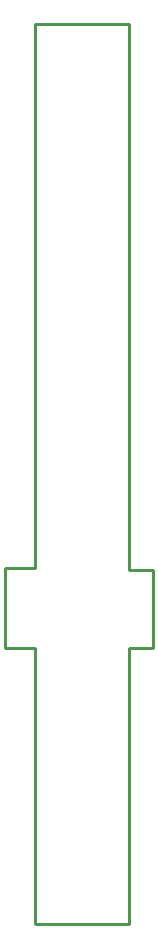
<source format=gbr>
G04 EAGLE Gerber RS-274X export*
G75*
%MOMM*%
%FSLAX34Y34*%
%LPD*%
%IN*%
%IPPOS*%
%AMOC8*
5,1,8,0,0,1.08239X$1,22.5*%
G01*
%ADD10C,0.254000*%


D10*
X-24920Y233810D02*
X0Y233810D01*
X0Y0D01*
X80000Y0D01*
X80000Y233810D01*
X100000Y233810D01*
X100000Y300000D01*
X80000Y300000D01*
X80000Y762000D01*
X0Y762000D01*
X0Y301270D01*
X-24920Y301270D01*
X-24920Y233810D01*
M02*

</source>
